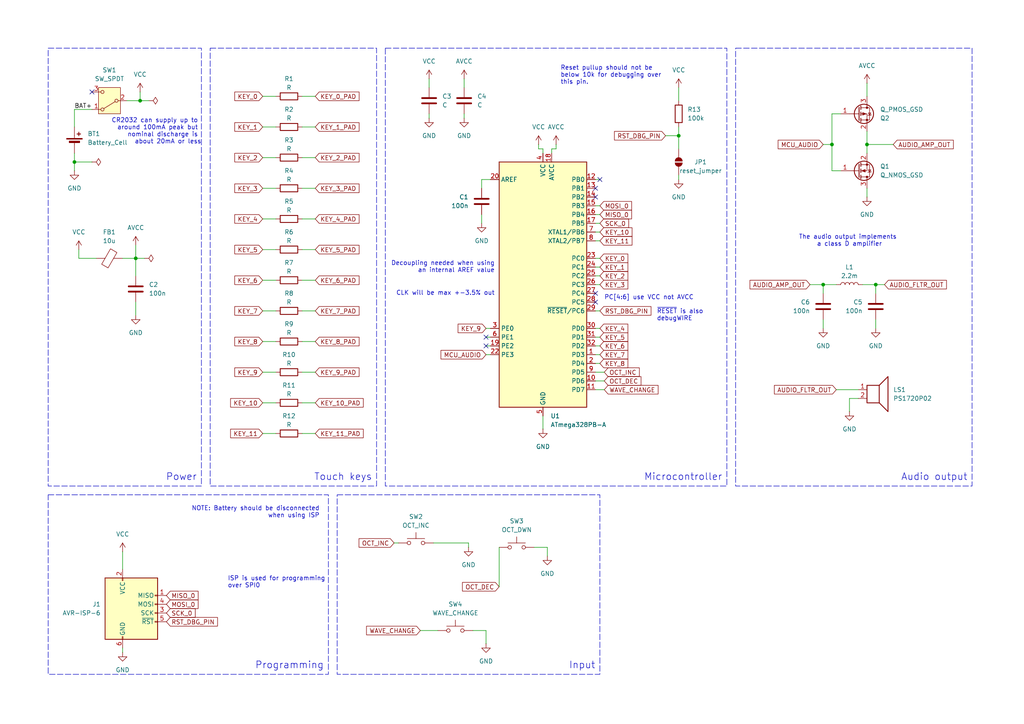
<source format=kicad_sch>
(kicad_sch (version 20231120) (generator "eeschema") (generator_version "8.0")
  (paper "A4")
  (title_block (title "PCB touch piano"))
  (lib_symbols
    (symbol "Connector:AVR-ISP-6" (pin_names (offset 1.016))
      (property "Reference" "J" (at -6.35 11.43 0))
      (property "Value" "AVR-ISP-6" (at 0 11.43 0))
      (symbol "AVR-ISP-6_0_1"
        (rectangle (start -2.667 -6.858) (end -2.413 -7.62))
        (rectangle (start -2.667 10.16) (end -2.413 9.398))
        (rectangle (start 7.62 -2.413) (end 6.858 -2.667))
        (rectangle (start 7.62 0.127) (end 6.858 -0.127))
        (rectangle (start 7.62 2.667) (end 6.858 2.413))
        (rectangle (start 7.62 5.207) (end 6.858 4.953))
        (rectangle (start 7.62 10.16) (end -7.62 -7.62) (stroke (width 0.254)) (fill (type background)))
      )
      (symbol "AVR-ISP-6_1_1"
        (pin passive line (at 10.16 5.08 180) (length 2.54) (name "MISO") (number "1"))
        (pin passive line (at -2.54 12.7 270) (length 2.54) (name "VCC") (number "2"))
        (pin passive line (at 10.16 0 180) (length 2.54) (name "SCK") (number "3"))
        (pin passive line (at 10.16 2.54 180) (length 2.54) (name "MOSI") (number "4"))
        (pin passive line (at 10.16 -2.54 180) (length 2.54) (name "~{RST}") (number "5"))
        (pin passive line (at -2.54 -10.16 90) (length 2.54) (name "GND") (number "6"))
      )
    )
    (symbol "Device:Battery_Cell" (pin_numbers hide) (pin_names (offset 0) hide)
      (property "Reference" "BT" (at 2.54 2.54 0))
      (property "Value" "Battery_Cell" (at 2.54 0 0))
      (symbol "Battery_Cell_0_1"
        (rectangle (start -2.286 1.778) (end 2.286 1.524) (fill (type outline)))
        (rectangle (start -1.524 1.016) (end 1.524 0.508) (fill (type outline)))
        (polyline (pts (xy 0 0.762) (xy 0 0)))
        (polyline (pts (xy 0 1.778) (xy 0 2.54)))
        (polyline (pts (xy 0.762 3.048) (xy 1.778 3.048)) (stroke (width 0.254)))
        (polyline (pts (xy 1.27 3.556) (xy 1.27 2.54)) (stroke (width 0.254)))
      )
      (symbol "Battery_Cell_1_1"
        (pin passive line (at 0 5.08 270) (length 2.54) (name "+") (number "1"))
        (pin passive line (at 0 -2.54 90) (length 2.54) (name "-") (number "2"))
      )
    )
    (symbol "Device:C" (pin_numbers hide) (pin_names (offset 0.254))
      (property "Reference" "C" (at 0.635 2.54 0))
      (property "Value" "C" (at 0.635 -2.54 0))
      (symbol "C_0_1"
        (polyline (pts (xy -2.032 -0.762) (xy 2.032 -0.762)) (stroke (width 0.508)))
        (polyline (pts (xy -2.032 0.762) (xy 2.032 0.762)) (stroke (width 0.508)))
      )
      (symbol "C_1_1"
        (pin passive line (at 0 3.81 270) (length 2.794) (name "~") (number "1"))
        (pin passive line (at 0 -3.81 90) (length 2.794) (name "~") (number "2"))
      )
    )
    (symbol "Device:FerriteBead" (pin_numbers hide) (pin_names (offset 0))
      (property "Reference" "FB" (at -3.81 0.635 90))
      (property "Value" "FerriteBead" (at 3.81 0 90))
      (symbol "FerriteBead_0_1"
        (polyline (pts (xy 0 -1.27) (xy 0 -1.2192)))
        (polyline (pts (xy 0 1.27) (xy 0 1.2954)))
        (polyline (pts (xy -2.7686 0.4064) (xy -1.7018 2.2606) (xy 2.7686 -0.3048) (xy 1.6764 -2.159) (xy -2.7686 0.4064)))
      )
      (symbol "FerriteBead_1_1"
        (pin passive line (at 0 3.81 270) (length 2.54) (name "~") (number "1"))
        (pin passive line (at 0 -3.81 90) (length 2.54) (name "~") (number "2"))
      )
    )
    (symbol "Device:L" (pin_numbers hide) (pin_names (offset 1.016) hide)
      (property "Reference" "L" (at -1.27 0 90))
      (property "Value" "L" (at 1.905 0 90))
      (symbol "L_0_1"
        (arc (start 0 -2.54) (mid 0.6323 -1.905) (end 0 -1.27))
        (arc (start 0 -1.27) (mid 0.6323 -0.635) (end 0 0))
        (arc (start 0 0) (mid 0.6323 0.635) (end 0 1.27))
        (arc (start 0 1.27) (mid 0.6323 1.905) (end 0 2.54))
      )
      (symbol "L_1_1"
        (pin passive line (at 0 3.81 270) (length 1.27) (name "1") (number "1"))
        (pin passive line (at 0 -3.81 90) (length 1.27) (name "2") (number "2"))
      )
    )
    (symbol "Device:Q_NMOS_GSD" (pin_names (offset 0) hide)
      (property "Reference" "Q" (at 5.08 1.27 0))
      (property "Value" "Q_NMOS_GSD" (at 5.08 -1.27 0))
      (symbol "Q_NMOS_GSD_0_1"
        (polyline (pts (xy 0.254 0) (xy -2.54 0)))
        (polyline (pts (xy 0.254 1.905) (xy 0.254 -1.905)) (stroke (width 0.254)))
        (polyline (pts (xy 0.762 -1.27) (xy 0.762 -2.286)) (stroke (width 0.254)))
        (polyline (pts (xy 0.762 0.508) (xy 0.762 -0.508)) (stroke (width 0.254)))
        (polyline (pts (xy 0.762 2.286) (xy 0.762 1.27)) (stroke (width 0.254)))
        (polyline (pts (xy 2.54 2.54) (xy 2.54 1.778)))
        (polyline (pts (xy 2.54 -2.54) (xy 2.54 0) (xy 0.762 0)))
        (polyline (pts (xy 0.762 -1.778) (xy 3.302 -1.778) (xy 3.302 1.778) (xy 0.762 1.778)))
        (polyline (pts (xy 1.016 0) (xy 2.032 0.381) (xy 2.032 -0.381) (xy 1.016 0)) (fill (type outline)))
        (polyline (pts (xy 2.794 0.508) (xy 2.921 0.381) (xy 3.683 0.381) (xy 3.81 0.254)))
        (polyline (pts (xy 3.302 0.381) (xy 2.921 -0.254) (xy 3.683 -0.254) (xy 3.302 0.381)))
        (circle (center 1.651 0) (radius 2.794) (stroke (width 0.254)))
        (circle (center 2.54 -1.778) (radius 0.254) (fill (type outline)))
        (circle (center 2.54 1.778) (radius 0.254) (fill (type outline)))
      )
      (symbol "Q_NMOS_GSD_1_1"
        (pin input line (at -5.08 0 0) (length 2.54) (name "G") (number "1"))
        (pin passive line (at 2.54 -5.08 90) (length 2.54) (name "S") (number "2"))
        (pin passive line (at 2.54 5.08 270) (length 2.54) (name "D") (number "3"))
      )
    )
    (symbol "Device:Q_PMOS_GSD" (pin_names (offset 0) hide)
      (property "Reference" "Q" (at 5.08 1.27 0))
      (property "Value" "Q_PMOS_GSD" (at 5.08 -1.27 0))
      (symbol "Q_PMOS_GSD_0_1"
        (polyline (pts (xy 0.254 0) (xy -2.54 0)))
        (polyline (pts (xy 0.254 1.905) (xy 0.254 -1.905)) (stroke (width 0.254)))
        (polyline (pts (xy 0.762 -1.27) (xy 0.762 -2.286)) (stroke (width 0.254)))
        (polyline (pts (xy 0.762 0.508) (xy 0.762 -0.508)) (stroke (width 0.254)))
        (polyline (pts (xy 0.762 2.286) (xy 0.762 1.27)) (stroke (width 0.254)))
        (polyline (pts (xy 2.54 2.54) (xy 2.54 1.778)))
        (polyline (pts (xy 2.54 -2.54) (xy 2.54 0) (xy 0.762 0)))
        (polyline (pts (xy 0.762 1.778) (xy 3.302 1.778) (xy 3.302 -1.778) (xy 0.762 -1.778)))
        (polyline (pts (xy 2.286 0) (xy 1.27 0.381) (xy 1.27 -0.381) (xy 2.286 0)) (fill (type outline)))
        (polyline (pts (xy 2.794 -0.508) (xy 2.921 -0.381) (xy 3.683 -0.381) (xy 3.81 -0.254)))
        (polyline (pts (xy 3.302 -0.381) (xy 2.921 0.254) (xy 3.683 0.254) (xy 3.302 -0.381)))
        (circle (center 1.651 0) (radius 2.794) (stroke (width 0.254)))
        (circle (center 2.54 -1.778) (radius 0.254) (fill (type outline)))
        (circle (center 2.54 1.778) (radius 0.254) (fill (type outline)))
      )
      (symbol "Q_PMOS_GSD_1_1"
        (pin input line (at -5.08 0 0) (length 2.54) (name "G") (number "1"))
        (pin passive line (at 2.54 -5.08 90) (length 2.54) (name "S") (number "2"))
        (pin passive line (at 2.54 5.08 270) (length 2.54) (name "D") (number "3"))
      )
    )
    (symbol "Device:R" (pin_numbers hide) (pin_names (offset 0))
      (property "Reference" "R" (at 2.032 0 90))
      (property "Value" "R" (at 0 0 90))
      (symbol "R_0_1"
        (rectangle (start -1.016 -2.54) (end 1.016 2.54) (stroke (width 0.254)))
      )
      (symbol "R_1_1"
        (pin passive line (at 0 3.81 270) (length 1.27) (name "~") (number "1"))
        (pin passive line (at 0 -3.81 90) (length 1.27) (name "~") (number "2"))
      )
    )
    (symbol "Device:Speaker" (pin_names (offset 0) hide)
      (property "Reference" "LS" (at 1.27 5.715 0))
      (property "Value" "Speaker" (at 1.27 3.81 0))
      (symbol "Speaker_0_0"
        (rectangle (start -2.54 1.27) (end 1.016 -3.81) (stroke (width 0.254)))
        (polyline (pts (xy 1.016 1.27) (xy 3.556 3.81) (xy 3.556 -6.35) (xy 1.016 -3.81)) (stroke (width 0.254)))
      )
      (symbol "Speaker_1_1"
        (pin input line (at -5.08 0 0) (length 2.54) (name "1") (number "1"))
        (pin input line (at -5.08 -2.54 0) (length 2.54) (name "2") (number "2"))
      )
    )
    (symbol "Jumper:SolderJumper_2_Open" (pin_numbers hide) (pin_names (offset 0) hide) (exclude_from_sim yes) (in_bom no)
      (property "Reference" "JP" (at 0 2.032 0))
      (property "Value" "SolderJumper_2_Open" (at 0 -2.54 0))
      (symbol "SolderJumper_2_Open_0_1"
        (arc (start -0.254 1.016) (mid -1.2656 0) (end -0.254 -1.016))
        (arc (start -0.254 1.016) (mid -1.2656 0) (end -0.254 -1.016) (fill (type outline)))
        (polyline (pts (xy -0.254 1.016) (xy -0.254 -1.016)))
        (polyline (pts (xy 0.254 1.016) (xy 0.254 -1.016)))
        (arc (start 0.254 -1.016) (mid 1.2656 0) (end 0.254 1.016))
        (arc (start 0.254 -1.016) (mid 1.2656 0) (end 0.254 1.016) (fill (type outline)))
      )
      (symbol "SolderJumper_2_Open_1_1"
        (pin passive line (at -3.81 0 0) (length 2.54) (name "A") (number "1"))
        (pin passive line (at 3.81 0 180) (length 2.54) (name "B") (number "2"))
      )
    )
    (symbol "MCU_Microchip_ATmega:ATmega328PB-A"
      (property "Reference" "U" (at -12.7 36.83 0))
      (property "Value" "ATmega328PB-A" (at 2.54 -36.83 0))
      (symbol "ATmega328PB-A_0_1"
        (rectangle (start -12.7 -35.56) (end 12.7 35.56) (stroke (width 0.254)) (fill (type background)))
      )
      (symbol "ATmega328PB-A_1_1"
        (pin bidirectional line (at 15.24 -20.32 180) (length 2.54) (name "PD3") (number "1"))
        (pin bidirectional line (at 15.24 -27.94 180) (length 2.54) (name "PD6") (number "10"))
        (pin bidirectional line (at 15.24 -30.48 180) (length 2.54) (name "PD7") (number "11"))
        (pin bidirectional line (at 15.24 30.48 180) (length 2.54) (name "PB0") (number "12"))
        (pin bidirectional line (at 15.24 27.94 180) (length 2.54) (name "PB1") (number "13"))
        (pin bidirectional line (at 15.24 25.4 180) (length 2.54) (name "PB2") (number "14"))
        (pin bidirectional line (at 15.24 22.86 180) (length 2.54) (name "PB3") (number "15"))
        (pin bidirectional line (at 15.24 20.32 180) (length 2.54) (name "PB4") (number "16"))
        (pin bidirectional line (at 15.24 17.78 180) (length 2.54) (name "PB5") (number "17"))
        (pin power_in line (at 2.54 38.1 270) (length 2.54) (name "AVCC") (number "18"))
        (pin bidirectional line (at -15.24 -17.78 0) (length 2.54) (name "PE2") (number "19"))
        (pin bidirectional line (at 15.24 -22.86 180) (length 2.54) (name "PD4") (number "2"))
        (pin passive line (at -15.24 30.48 0) (length 2.54) (name "AREF") (number "20"))
        (pin passive line (at 0 -38.1 90) (length 2.54) hide (name "GND") (number "21"))
        (pin bidirectional line (at -15.24 -20.32 0) (length 2.54) (name "PE3") (number "22"))
        (pin bidirectional line (at 15.24 7.62 180) (length 2.54) (name "PC0") (number "23"))
        (pin bidirectional line (at 15.24 5.08 180) (length 2.54) (name "PC1") (number "24"))
        (pin bidirectional line (at 15.24 2.54 180) (length 2.54) (name "PC2") (number "25"))
        (pin bidirectional line (at 15.24 0 180) (length 2.54) (name "PC3") (number "26"))
        (pin bidirectional line (at 15.24 -2.54 180) (length 2.54) (name "PC4") (number "27"))
        (pin bidirectional line (at 15.24 -5.08 180) (length 2.54) (name "PC5") (number "28"))
        (pin bidirectional line (at 15.24 -7.62 180) (length 2.54) (name "~{RESET}/PC6") (number "29"))
        (pin bidirectional line (at -15.24 -12.7 0) (length 2.54) (name "PE0") (number "3"))
        (pin bidirectional line (at 15.24 -12.7 180) (length 2.54) (name "PD0") (number "30"))
        (pin bidirectional line (at 15.24 -15.24 180) (length 2.54) (name "PD1") (number "31"))
        (pin bidirectional line (at 15.24 -17.78 180) (length 2.54) (name "PD2") (number "32"))
        (pin power_in line (at 0 38.1 270) (length 2.54) (name "VCC") (number "4"))
        (pin power_in line (at 0 -38.1 90) (length 2.54) (name "GND") (number "5"))
        (pin bidirectional line (at -15.24 -15.24 0) (length 2.54) (name "PE1") (number "6"))
        (pin bidirectional line (at 15.24 15.24 180) (length 2.54) (name "XTAL1/PB6") (number "7"))
        (pin bidirectional line (at 15.24 12.7 180) (length 2.54) (name "XTAL2/PB7") (number "8"))
        (pin bidirectional line (at 15.24 -25.4 180) (length 2.54) (name "PD5") (number "9"))
      )
    )
    (symbol "Switch:SW_Push" (pin_numbers hide) (pin_names (offset 1.016) hide)
      (property "Reference" "SW" (at 1.27 2.54 0))
      (property "Value" "SW_Push" (at 0 -1.524 0))
      (symbol "SW_Push_0_1"
        (circle (center -2.032 0) (radius 0.508))
        (polyline (pts (xy 0 1.27) (xy 0 3.048)))
        (polyline (pts (xy 2.54 1.27) (xy -2.54 1.27)))
        (circle (center 2.032 0) (radius 0.508))
        (pin passive line (at -5.08 0 0) (length 2.54) (name "1") (number "1"))
        (pin passive line (at 5.08 0 180) (length 2.54) (name "2") (number "2"))
      )
    )
    (symbol "Switch:SW_SPDT" (pin_names (offset 0) hide)
      (property "Reference" "SW" (at 0 5.08 0))
      (property "Value" "SW_SPDT" (at 0 -5.08 0))
      (symbol "SW_SPDT_0_1"
        (circle (center -2.032 0) (radius 0.4572))
        (polyline (pts (xy -1.651 0.254) (xy 1.651 2.286)))
        (circle (center 2.032 -2.54) (radius 0.4572))
        (circle (center 2.032 2.54) (radius 0.4572))
      )
      (symbol "SW_SPDT_1_1"
        (rectangle (start -3.175 3.81) (end 3.175 -3.81) (fill (type background)))
        (pin passive line (at 5.08 2.54 180) (length 2.54) (name "A") (number "1"))
        (pin passive line (at -5.08 0 0) (length 2.54) (name "B") (number "2"))
        (pin passive line (at 5.08 -2.54 180) (length 2.54) (name "C") (number "3"))
      )
    )
    (symbol "power:GND" (power) (pin_numbers hide) (pin_names (offset 0) hide)
      (property "Value" "GND" (at 0 -3.81 0))
      (symbol "GND_0_1"
        (polyline (pts (xy 0 0) (xy 0 -1.27) (xy 1.27 -1.27) (xy 0 -2.54) (xy -1.27 -1.27) (xy 0 -1.27)))
      )
      (symbol "GND_1_1"
        (pin power_in line (at 0 0 270) (length 0) (name "~") (number "1"))
      )
    )
    (symbol "power:PWR_FLAG" (power) (pin_numbers hide) (pin_names (offset 0) hide)
      (property "Value" "PWR_FLAG" (at 0 3.81 0))
      (symbol "PWR_FLAG_0_0"
        (pin power_out line (at 0 0 90) (length 0) (name "~") (number "1"))
      )
      (symbol "PWR_FLAG_0_1"
        (polyline (pts (xy 0 0) (xy 0 1.27) (xy -1.016 1.905) (xy 0 2.54) (xy 1.016 1.905) (xy 0 1.27)))
      )
    )
    (symbol "power:VCC" (power) (pin_numbers hide) (pin_names (offset 0) hide)
      (property "Value" "VCC" (at 0 3.556 0))
      (symbol "VCC_0_1"
        (polyline (pts (xy -0.762 1.27) (xy 0 2.54)))
        (polyline (pts (xy 0 0) (xy 0 2.54)))
        (polyline (pts (xy 0 2.54) (xy 0.762 1.27)))
      )
      (symbol "VCC_1_1"
        (pin power_in line (at 0 0 90) (length 0) (name "~") (number "1"))
      )
    )
    (symbol "thanassis_sym:AVCC" (power) (pin_numbers hide) (pin_names (offset 0) hide)
      (property "Value" "AVCC" (at 0 3.556 0))
      (symbol "AVCC_0_1"
        (polyline (pts (xy -0.762 1.27) (xy 0 2.54)))
        (polyline (pts (xy 0 0) (xy 0 2.54)))
        (polyline (pts (xy 0 2.54) (xy 0.762 1.27)))
      )
      (symbol "AVCC_1_1"
        (pin power_in line (at 0 0 90) (length 0) (name "~") (number "1"))
      )
    )
  )
  (junction (at 39.37 74.93))
  (junction (at 238.76 82.55))
  (junction (at 241.3 41.91))
  (junction (at 196.85 39.37))
  (junction (at 251.46 41.91))
  (junction (at 21.59 46.99))
  (junction (at 40.64 29.21))
  (junction (at 254 82.55))
  (no_connect (at 140.97 100.33))
  (no_connect (at 173.99 52.07))
  (no_connect (at 140.97 97.79))
  (no_connect (at 26.67 26.67))
  (no_connect (at 172.72 85.09))
  (no_connect (at 172.72 87.63))
  (no_connect (at 172.72 54.61))
  (no_connect (at 172.72 57.15))
  (wire (pts (xy 172.72 110.49) (xy 175.26 110.49)))
  (wire (pts (xy 173.99 90.17) (xy 172.72 90.17)))
  (wire (pts (xy 22.86 72.39) (xy 22.86 74.93)))
  (wire (pts (xy 196.85 39.37) (xy 196.85 43.18)))
  (wire (pts (xy 124.46 33.02) (xy 124.46 34.29)))
  (wire (pts (xy 87.63 90.17) (xy 91.44 90.17)))
  (wire (pts (xy 251.46 24.13) (xy 251.46 27.94)))
  (wire (pts (xy 173.99 95.25) (xy 172.72 95.25)))
  (wire (pts (xy 134.62 25.4) (xy 134.62 22.86)))
  (wire (pts (xy 173.99 82.55) (xy 172.72 82.55)))
  (wire (pts (xy 40.64 29.21) (xy 43.18 29.21)))
  (wire (pts (xy 139.7 52.07) (xy 142.24 52.07)))
  (wire (pts (xy 144.78 158.75) (xy 144.78 170.18)))
  (wire (pts (xy 35.56 187.96) (xy 35.56 189.23)))
  (wire (pts (xy 173.99 64.77) (xy 172.72 64.77)))
  (wire (pts (xy 238.76 41.91) (xy 241.3 41.91)))
  (wire (pts (xy 173.99 100.33) (xy 172.72 100.33)))
  (wire (pts (xy 172.72 67.31) (xy 173.99 67.31)))
  (wire (pts (xy 241.3 41.91) (xy 241.3 49.53)))
  (wire (pts (xy 87.63 116.84) (xy 91.44 116.84)))
  (wire (pts (xy 124.46 22.86) (xy 124.46 25.4)))
  (wire (pts (xy 114.3 157.48) (xy 115.57 157.48)))
  (wire (pts (xy 76.2 90.17) (xy 80.01 90.17)))
  (wire (pts (xy 196.85 25.4) (xy 196.85 29.21)))
  (wire (pts (xy 242.57 82.55) (xy 238.76 82.55)))
  (wire (pts (xy 137.16 182.88) (xy 140.97 182.88)))
  (wire (pts (xy 156.21 41.91) (xy 156.21 43.18)))
  (wire (pts (xy 21.59 46.99) (xy 21.59 49.53)))
  (wire (pts (xy 87.63 81.28) (xy 91.44 81.28)))
  (wire (pts (xy 234.95 82.55) (xy 238.76 82.55)))
  (wire (pts (xy 140.97 102.87) (xy 142.24 102.87)))
  (wire (pts (xy 173.99 59.69) (xy 172.72 59.69)))
  (wire (pts (xy 254 82.55) (xy 256.54 82.55)))
  (wire (pts (xy 173.99 74.93) (xy 172.72 74.93)))
  (wire (pts (xy 173.99 80.01) (xy 172.72 80.01)))
  (wire (pts (xy 241.3 49.53) (xy 243.84 49.53)))
  (wire (pts (xy 87.63 107.95) (xy 91.44 107.95)))
  (wire (pts (xy 158.75 158.75) (xy 158.75 161.29)))
  (wire (pts (xy 172.72 113.03) (xy 175.26 113.03)))
  (wire (pts (xy 172.72 102.87) (xy 173.99 102.87)))
  (wire (pts (xy 139.7 52.07) (xy 139.7 54.61)))
  (wire (pts (xy 172.72 69.85) (xy 173.99 69.85)))
  (wire (pts (xy 35.56 160.02) (xy 35.56 165.1)))
  (wire (pts (xy 254 95.25) (xy 254 92.71)))
  (wire (pts (xy 172.72 105.41) (xy 173.99 105.41)))
  (wire (pts (xy 76.2 116.84) (xy 80.01 116.84)))
  (wire (pts (xy 193.04 39.37) (xy 196.85 39.37)))
  (wire (pts (xy 76.2 72.39) (xy 80.01 72.39)))
  (wire (pts (xy 76.2 36.83) (xy 80.01 36.83)))
  (wire (pts (xy 76.2 107.95) (xy 80.01 107.95)))
  (wire (pts (xy 87.63 27.94) (xy 91.44 27.94)))
  (wire (pts (xy 172.72 52.07) (xy 173.99 52.07)))
  (wire (pts (xy 21.59 46.99) (xy 26.67 46.99)))
  (wire (pts (xy 251.46 41.91) (xy 251.46 44.45)))
  (wire (pts (xy 35.56 74.93) (xy 39.37 74.93)))
  (wire (pts (xy 161.29 41.91) (xy 161.29 43.18)))
  (wire (pts (xy 76.2 54.61) (xy 80.01 54.61)))
  (wire (pts (xy 140.97 182.88) (xy 140.97 186.69)))
  (wire (pts (xy 161.29 43.18) (xy 160.02 43.18)))
  (wire (pts (xy 87.63 63.5) (xy 91.44 63.5)))
  (wire (pts (xy 27.94 74.93) (xy 22.86 74.93)))
  (wire (pts (xy 140.97 97.79) (xy 142.24 97.79)))
  (wire (pts (xy 39.37 74.93) (xy 41.91 74.93)))
  (wire (pts (xy 40.64 29.21) (xy 40.64 26.67)))
  (wire (pts (xy 87.63 36.83) (xy 91.44 36.83)))
  (wire (pts (xy 172.72 107.95) (xy 175.26 107.95)))
  (wire (pts (xy 238.76 82.55) (xy 238.76 85.09)))
  (wire (pts (xy 76.2 81.28) (xy 80.01 81.28)))
  (wire (pts (xy 173.99 97.79) (xy 172.72 97.79)))
  (wire (pts (xy 87.63 45.72) (xy 91.44 45.72)))
  (wire (pts (xy 157.48 43.18) (xy 157.48 44.45)))
  (wire (pts (xy 238.76 92.71) (xy 238.76 95.25)))
  (wire (pts (xy 87.63 99.06) (xy 91.44 99.06)))
  (wire (pts (xy 154.94 158.75) (xy 158.75 158.75)))
  (wire (pts (xy 76.2 125.73) (xy 80.01 125.73)))
  (wire (pts (xy 87.63 72.39) (xy 91.44 72.39)))
  (wire (pts (xy 87.63 125.73) (xy 91.44 125.73)))
  (wire (pts (xy 139.7 62.23) (xy 139.7 64.77)))
  (wire (pts (xy 134.62 33.02) (xy 134.62 34.29)))
  (wire (pts (xy 76.2 63.5) (xy 80.01 63.5)))
  (wire (pts (xy 135.89 158.75) (xy 135.89 157.48)))
  (wire (pts (xy 36.83 29.21) (xy 40.64 29.21)))
  (wire (pts (xy 76.2 45.72) (xy 80.01 45.72)))
  (wire (pts (xy 39.37 87.63) (xy 39.37 91.44)))
  (wire (pts (xy 140.97 95.25) (xy 142.24 95.25)))
  (wire (pts (xy 39.37 71.12) (xy 39.37 74.93)))
  (wire (pts (xy 242.57 113.03) (xy 248.92 113.03)))
  (wire (pts (xy 173.99 62.23) (xy 172.72 62.23)))
  (wire (pts (xy 21.59 31.75) (xy 21.59 36.83)))
  (wire (pts (xy 39.37 74.93) (xy 39.37 80.01)))
  (wire (pts (xy 196.85 52.07) (xy 196.85 50.8)))
  (wire (pts (xy 121.92 182.88) (xy 127 182.88)))
  (wire (pts (xy 140.97 100.33) (xy 142.24 100.33)))
  (wire (pts (xy 196.85 36.83) (xy 196.85 39.37)))
  (wire (pts (xy 248.92 115.57) (xy 246.38 115.57)))
  (wire (pts (xy 251.46 54.61) (xy 251.46 57.15)))
  (wire (pts (xy 246.38 115.57) (xy 246.38 119.38)))
  (wire (pts (xy 254 82.55) (xy 254 85.09)))
  (wire (pts (xy 76.2 99.06) (xy 80.01 99.06)))
  (wire (pts (xy 241.3 33.02) (xy 241.3 41.91)))
  (wire (pts (xy 21.59 44.45) (xy 21.59 46.99)))
  (wire (pts (xy 87.63 54.61) (xy 91.44 54.61)))
  (wire (pts (xy 160.02 43.18) (xy 160.02 44.45)))
  (wire (pts (xy 156.21 43.18) (xy 157.48 43.18)))
  (wire (pts (xy 21.59 31.75) (xy 26.67 31.75)))
  (wire (pts (xy 76.2 27.94) (xy 80.01 27.94)))
  (wire (pts (xy 173.99 77.47) (xy 172.72 77.47)))
  (wire (pts (xy 250.19 82.55) (xy 254 82.55)))
  (wire (pts (xy 251.46 38.1) (xy 251.46 41.91)))
  (wire (pts (xy 243.84 33.02) (xy 241.3 33.02)))
  (wire (pts (xy 157.48 120.65) (xy 157.48 124.46)))
  (wire (pts (xy 135.89 157.48) (xy 125.73 157.48)))
  (wire (pts (xy 251.46 41.91) (xy 259.08 41.91)))
  (rectangle (start 111.76 13.97) (end 210.82 140.97) (stroke (width 0) (type dash)))
  (rectangle (start 13.97 13.97) (end 58.42 140.97) (stroke (width 0) (type dash)))
  (rectangle (start 97.79 143.51) (end 173.99 195.58) (stroke (width 0) (type dash)))
  (rectangle (start 60.96 13.97) (end 109.22 140.97) (stroke (width 0) (type dash)))
  (rectangle (start 213.36 13.97) (end 281.94 140.97) (stroke (width 0) (type dash)))
  (rectangle (start 13.97 143.51) (end 95.25 195.58) (stroke (width 0) (type dash)))
  (text "CR2032 can supply up to \naround 100mA peak but \nnominal discharge is \nabout 20mA or less" (at 58.42 38.1 0) (effects (font (size 1.27 1.27)) (justify right)))
  (text "Input" (at 172.72 193.04 0) (effects (font (size 2 2)) (justify right)))
  (text "Audio output" (at 280.67 138.43 0) (effects (font (size 2 2)) (justify right)))
  (text "NOTE: Battery should be disconnected\nwhen using ISP" (at 92.71 148.59 0) (effects (font (size 1.27 1.27)) (justify right)))
  (text "Programming" (at 93.98 193.04 0) (effects (font (size 2 2)) (justify right)))
  (text "~{RESET} is also \ndebugWIRE" (at 190.5 91.44 0) (effects (font (size 1.27 1.27)) (justify left)))
  (text "The audio output implements \na class D amplifier" (at 246.38 69.85 0) (effects (font (size 1.27 1.27))))
  (text "Power" (at 57.15 138.43 0) (effects (font (size 2 2)) (justify right)))
  (text "Touch keys" (at 107.95 138.43 0) (effects (font (size 2 2)) (justify right)))
  (text "Microcontroller" (at 209.55 138.43 0) (effects (font (size 2 2)) (justify right)))
  (text "Reset pullup should not be \nbelow 10k for debugging over \nthis pin." (at 162.56 19.05 0) (effects (font (size 1.27 1.27)) (justify left top)))
  (text "CLK will be max +-3.5% out" (at 143.51 85.09 0) (effects (font (size 1.27 1.27)) (justify right)))
  (text "Decoupling needed when using\nan internal AREF value" (at 143.51 77.47 0) (effects (font (size 1.27 1.27)) (justify right)))
  (text "ISP is used for programming\nover SPI0" (at 66.04 168.91 0) (effects (font (size 1.27 1.27)) (justify left)))
  (text "PC[4:6] use VCC not AVCC" (at 175.26 86.36 0) (effects (font (size 1.27 1.27)) (justify left)))
  (label "BAT+" (at 21.59 31.75 0))
  (global_label "KEY_3" (shape input) (at 76.2 54.61 180) (property "Intersheetrefs" "${INTERSHEET_REFS}" (effects (hide yes))))
  (global_label "KEY_4_PAD" (shape input) (at 91.44 63.5 0) (property "Intersheetrefs" "${INTERSHEET_REFS}" (effects (hide yes))))
  (global_label "KEY_10_PAD" (shape input) (at 91.44 116.84 0) (property "Intersheetrefs" "${INTERSHEET_REFS}" (effects (hide yes))))
  (global_label "KEY_3" (shape input) (at 173.99 82.55 0) (property "Intersheetrefs" "${INTERSHEET_REFS}" (effects (hide yes))))
  (global_label "KEY_0" (shape input) (at 173.99 74.93 0) (property "Intersheetrefs" "${INTERSHEET_REFS}" (effects (hide yes))))
  (global_label "AUDIO_FLTR_OUT" (shape input) (at 256.54 82.55 0) (property "Intersheetrefs" "${INTERSHEET_REFS}" (effects (hide yes))))
  (global_label "KEY_0_PAD" (shape input) (at 91.44 27.94 0) (property "Intersheetrefs" "${INTERSHEET_REFS}" (effects (hide yes))))
  (global_label "KEY_10" (shape input) (at 76.2 116.84 180) (property "Intersheetrefs" "${INTERSHEET_REFS}" (effects (hide yes))))
  (global_label "WAVE_CHANGE" (shape input) (at 121.92 182.88 180) (property "Intersheetrefs" "${INTERSHEET_REFS}" (effects (hide yes))))
  (global_label "RST_DBG_PIN" (shape input) (at 193.04 39.37 180) (property "Intersheetrefs" "${INTERSHEET_REFS}" (effects (hide yes))))
  (global_label "AUDIO_AMP_OUT" (shape input) (at 259.08 41.91 0) (property "Intersheetrefs" "${INTERSHEET_REFS}" (effects (hide yes))))
  (global_label "RST_DBG_PIN" (shape input) (at 173.99 90.17 0) (property "Intersheetrefs" "${INTERSHEET_REFS}" (effects (hide yes))))
  (global_label "KEY_1_PAD" (shape input) (at 91.44 36.83 0) (property "Intersheetrefs" "${INTERSHEET_REFS}" (effects (hide yes))))
  (global_label "KEY_7_PAD" (shape input) (at 91.44 90.17 0) (property "Intersheetrefs" "${INTERSHEET_REFS}" (effects (hide yes))))
  (global_label "KEY_6" (shape input) (at 76.2 81.28 180) (property "Intersheetrefs" "${INTERSHEET_REFS}" (effects (hide yes))))
  (global_label "KEY_2" (shape input) (at 76.2 45.72 180) (property "Intersheetrefs" "${INTERSHEET_REFS}" (effects (hide yes))))
  (global_label "KEY_0" (shape input) (at 76.2 27.94 180) (property "Intersheetrefs" "${INTERSHEET_REFS}" (effects (hide yes))))
  (global_label "MCU_AUDIO" (shape input) (at 140.97 102.87 180) (property "Intersheetrefs" "${INTERSHEET_REFS}" (effects (hide yes))))
  (global_label "KEY_6" (shape input) (at 173.99 100.33 0) (property "Intersheetrefs" "${INTERSHEET_REFS}" (effects (hide yes))))
  (global_label "WAVE_CHANGE" (shape input) (at 175.26 113.03 0) (property "Intersheetrefs" "${INTERSHEET_REFS}" (effects (hide yes))))
  (global_label "KEY_10" (shape input) (at 173.99 67.31 0) (property "Intersheetrefs" "${INTERSHEET_REFS}" (effects (hide yes))))
  (global_label "OCT_INC" (shape input) (at 114.3 157.48 180) (property "Intersheetrefs" "${INTERSHEET_REFS}" (effects (hide yes))))
  (global_label "KEY_1" (shape input) (at 76.2 36.83 180) (property "Intersheetrefs" "${INTERSHEET_REFS}" (effects (hide yes))))
  (global_label "KEY_11" (shape input) (at 173.99 69.85 0) (property "Intersheetrefs" "${INTERSHEET_REFS}" (effects (hide yes))))
  (global_label "KEY_5_PAD" (shape input) (at 91.44 72.39 0) (property "Intersheetrefs" "${INTERSHEET_REFS}" (effects (hide yes))))
  (global_label "MISO_0" (shape input) (at 48.26 172.72 0) (property "Intersheetrefs" "${INTERSHEET_REFS}" (effects (hide yes))))
  (global_label "MOSI_0" (shape input) (at 48.26 175.26 0) (property "Intersheetrefs" "${INTERSHEET_REFS}" (effects (hide yes))))
  (global_label "KEY_2" (shape input) (at 173.99 80.01 0) (property "Intersheetrefs" "${INTERSHEET_REFS}" (effects (hide yes))))
  (global_label "SCK_0" (shape input) (at 173.99 64.77 0) (property "Intersheetrefs" "${INTERSHEET_REFS}" (effects (hide yes))))
  (global_label "OCT_DEC" (shape input) (at 175.26 110.49 0) (property "Intersheetrefs" "${INTERSHEET_REFS}" (effects (hide yes))))
  (global_label "AUDIO_FLTR_OUT" (shape input) (at 242.57 113.03 180) (property "Intersheetrefs" "${INTERSHEET_REFS}" (effects (hide yes))))
  (global_label "KEY_9" (shape input) (at 76.2 107.95 180) (property "Intersheetrefs" "${INTERSHEET_REFS}" (effects (hide yes))))
  (global_label "KEY_6_PAD" (shape input) (at 91.44 81.28 0) (property "Intersheetrefs" "${INTERSHEET_REFS}" (effects (hide yes))))
  (global_label "KEY_7" (shape input) (at 173.99 102.87 0) (property "Intersheetrefs" "${INTERSHEET_REFS}" (effects (hide yes))))
  (global_label "KEY_8" (shape input) (at 173.99 105.41 0) (property "Intersheetrefs" "${INTERSHEET_REFS}" (effects (hide yes))))
  (global_label "KEY_7" (shape input) (at 76.2 90.17 180) (property "Intersheetrefs" "${INTERSHEET_REFS}" (effects (hide yes))))
  (global_label "AUDIO_AMP_OUT" (shape input) (at 234.95 82.55 180) (property "Intersheetrefs" "${INTERSHEET_REFS}" (effects (hide yes))))
  (global_label "RST_DBG_PIN" (shape input) (at 48.26 180.34 0) (property "Intersheetrefs" "${INTERSHEET_REFS}" (effects (hide yes))))
  (global_label "KEY_5" (shape input) (at 173.99 97.79 0) (property "Intersheetrefs" "${INTERSHEET_REFS}" (effects (hide yes))))
  (global_label "OCT_DEC" (shape input) (at 144.78 170.18 180) (property "Intersheetrefs" "${INTERSHEET_REFS}" (effects (hide yes))))
  (global_label "KEY_1" (shape input) (at 173.99 77.47 0) (property "Intersheetrefs" "${INTERSHEET_REFS}" (effects (hide yes))))
  (global_label "KEY_11" (shape input) (at 76.2 125.73 180) (property "Intersheetrefs" "${INTERSHEET_REFS}" (effects (hide yes))))
  (global_label "SCK_0" (shape input) (at 48.26 177.8 0) (property "Intersheetrefs" "${INTERSHEET_REFS}" (effects (hide yes))))
  (global_label "MOSI_0" (shape input) (at 173.99 59.69 0) (property "Intersheetrefs" "${INTERSHEET_REFS}" (effects (hide yes))))
  (global_label "KEY_11_PAD" (shape input) (at 91.44 125.73 0) (property "Intersheetrefs" "${INTERSHEET_REFS}" (effects (hide yes))))
  (global_label "KEY_5" (shape input) (at 76.2 72.39 180) (property "Intersheetrefs" "${INTERSHEET_REFS}" (effects (hide yes))))
  (global_label "KEY_9_PAD" (shape input) (at 91.44 107.95 0) (property "Intersheetrefs" "${INTERSHEET_REFS}" (effects (hide yes))))
  (global_label "MCU_AUDIO" (shape input) (at 238.76 41.91 180) (property "Intersheetrefs" "${INTERSHEET_REFS}" (effects (hide yes))))
  (global_label "KEY_2_PAD" (shape input) (at 91.44 45.72 0) (property "Intersheetrefs" "${INTERSHEET_REFS}" (effects (hide yes))))
  (global_label "MISO_0" (shape input) (at 173.99 62.23 0) (property "Intersheetrefs" "${INTERSHEET_REFS}" (effects (hide yes))))
  (global_label "KEY_3_PAD" (shape input) (at 91.44 54.61 0) (property "Intersheetrefs" "${INTERSHEET_REFS}" (effects (hide yes))))
  (global_label "KEY_4" (shape input) (at 173.99 95.25 0) (property "Intersheetrefs" "${INTERSHEET_REFS}" (effects (hide yes))))
  (global_label "KEY_8_PAD" (shape input) (at 91.44 99.06 0) (property "Intersheetrefs" "${INTERSHEET_REFS}" (effects (hide yes))))
  (global_label "KEY_8" (shape input) (at 76.2 99.06 180) (property "Intersheetrefs" "${INTERSHEET_REFS}" (effects (hide yes))))
  (global_label "KEY_9" (shape input) (at 140.97 95.25 180) (property "Intersheetrefs" "${INTERSHEET_REFS}" (effects (hide yes))))
  (global_label "OCT_INC" (shape input) (at 175.26 107.95 0) (property "Intersheetrefs" "${INTERSHEET_REFS}" (effects (hide yes))))
  (global_label "KEY_4" (shape input) (at 76.2 63.5 180) (property "Intersheetrefs" "${INTERSHEET_REFS}" (effects (hide yes))))
  (symbol (lib_id "power:GND") (at 157.48 124.46 0) (unit 1)
    (property "Reference" "#PWR08" (effects (hide yes)))
    (property "Value" "GND" (at 157.48 129.54 0))
    (property "Description" "Power symbol creates a global label with name \"GND\" , ground" (effects (hide yes)))
  )
  (symbol (lib_id "Device:Q_PMOS_GSD") (at 248.92 33.02 0) (unit 1)
    (property "Reference" "Q2" (at 255.27 34.2901 0) (effects (justify left)))
    (property "Value" "Q_PMOS_GSD" (at 255.27 31.7501 0) (effects (justify left)))
    (property "Footprint" "Package_TO_SOT_SMD:SOT-23" (effects (hide yes)))
    (property "Description" "P-MOSFET transistor, gate/source/drain" (effects (hide yes)))
  )
  (symbol (lib_id "Device:Battery_Cell") (at 21.59 41.91 0) (unit 1)
    (property "Reference" "BT1" (at 25.4 38.7984 0) (effects (justify left)))
    (property "Value" "Battery_Cell" (at 25.4 41.3384 0) (effects (justify left)))
    (property "Footprint" "Thanassis_Foot:MP000360" (effects (hide yes)))
    (property "Description" "Single-cell battery" (effects (hide yes)))
  )
  (symbol (lib_id "Device:Speaker") (at 254 113.03 0) (unit 1)
    (property "Reference" "LS1" (at 259.08 113.0299 0) (effects (justify left)))
    (property "Value" "PS1720P02" (at 259.08 115.5699 0) (effects (justify left)))
    (property "Footprint" "Thanassis_Foot:PS1720P02" (effects (hide yes)))
    (property "Description" "Speaker" (effects (hide yes)))
  )
  (symbol (lib_id "power:GND") (at 134.62 34.29 0) (unit 1)
    (property "Reference" "#PWR012" (effects (hide yes)))
    (property "Value" "GND" (at 134.62 39.37 0))
    (property "Description" "Power symbol creates a global label with name \"GND\" , ground" (effects (hide yes)))
  )
  (symbol (lib_id "Device:C") (at 254 88.9 0) (mirror y) (unit 1)
    (property "Reference" "C5" (at 250.19 87.6299 0) (effects (justify left)))
    (property "Value" "100n" (at 250.19 90.1699 0) (effects (justify left)))
    (property "Footprint" "Capacitor_SMD:C_0603_1608Metric_Pad1.08x0.95mm_HandSolder" (effects (hide yes)))
    (property "Description" "Unpolarized capacitor" (effects (hide yes)))
  )
  (symbol (lib_id "Device:C") (at 134.62 29.21 0) (unit 1)
    (property "Reference" "C4" (at 138.43 27.9399 0) (effects (justify left)))
    (property "Value" "C" (at 138.43 30.4799 0) (effects (justify left)))
    (property "Footprint" "Capacitor_SMD:C_0603_1608Metric_Pad1.08x0.95mm_HandSolder" (effects (hide yes)))
    (property "Description" "Unpolarized capacitor" (effects (hide yes)))
  )
  (symbol (lib_id "power:VCC") (at 124.46 22.86 0) (unit 1)
    (property "Reference" "#PWR07" (effects (hide yes)))
    (property "Value" "VCC" (at 124.46 17.78 0))
    (property "Description" "Power symbol creates a global label with name \"VCC\"" (effects (hide yes)))
  )
  (symbol (lib_id "MCU_Microchip_ATmega:ATmega328PB-A") (at 157.48 82.55 0) (unit 1)
    (property "Reference" "U1" (at 159.6741 120.65 0) (effects (justify left)))
    (property "Value" "ATmega328PB-A" (at 159.6741 123.19 0) (effects (justify left)))
    (property "Footprint" "Package_QFP:TQFP-32_7x7mm_P0.8mm" (effects (hide yes)))
    (property "Datasheet" "http://ww1.microchip.com/downloads/en/DeviceDoc/40001906C.pdf" (effects (hide yes)))
    (property "Description" "20MHz, 32kB Flash, 2kB SRAM, 1kB EEPROM, TQFP-32" (effects (hide yes)))
  )
  (symbol (lib_id "thanassis_sym:AVCC") (at 251.46 24.13 0) (unit 1)
    (property "Reference" "#PWR018" (effects (hide yes)))
    (property "Value" "AVCC" (at 251.46 19.05 0))
    (property "Description" "Power symbol creates a global label with name \"AVCC\"" (effects (hide yes)))
  )
  (symbol (lib_id "Device:R") (at 83.82 63.5 90) (unit 1)
    (property "Reference" "R5" (at 83.82 58.42 90))
    (property "Value" "R" (at 83.82 60.96 90))
    (property "Footprint" "Resistor_SMD:R_0603_1608Metric_Pad0.98x0.95mm_HandSolder" (effects (hide yes)))
    (property "Description" "Resistor" (effects (hide yes)))
  )
  (symbol (lib_id "Device:FerriteBead") (at 31.75 74.93 90) (unit 1)
    (property "Reference" "FB1" (at 31.6992 67.31 90))
    (property "Value" "10u" (at 31.6992 69.85 90))
    (property "Footprint" "Resistor_SMD:R_0603_1608Metric_Pad0.98x0.95mm_HandSolder" (effects (hide yes)))
    (property "Description" "Ferrite bead" (effects (hide yes)))
  )
  (symbol (lib_id "power:PWR_FLAG") (at 26.67 46.99 270) (unit 1)
    (property "Reference" "#FLG03" (effects (hide yes)))
    (property "Value" "PWR_FLAG" (effects (hide yes)))
    (property "Description" "Special symbol for telling ERC where power comes from" (effects (hide yes)))
  )
  (symbol (lib_id "power:PWR_FLAG") (at 41.91 74.93 270) (unit 1)
    (property "Reference" "#FLG02" (effects (hide yes)))
    (property "Value" "PWR_FLAG" (effects (hide yes)))
    (property "Description" "Special symbol for telling ERC where power comes from" (effects (hide yes)))
  )
  (symbol (lib_id "Device:R") (at 83.82 90.17 90) (unit 1)
    (property "Reference" "R8" (at 83.82 85.09 90))
    (property "Value" "R" (at 83.82 87.63 90))
    (property "Footprint" "Resistor_SMD:R_0603_1608Metric_Pad0.98x0.95mm_HandSolder" (effects (hide yes)))
    (property "Description" "Resistor" (effects (hide yes)))
  )
  (symbol (lib_id "Switch:SW_Push") (at 149.86 158.75 0) (unit 1)
    (property "Reference" "SW3" (at 149.86 151.13 0))
    (property "Value" "OCT_DWN" (at 149.86 153.67 0))
    (property "Footprint" "Thanassis_Foot:SW_PUSH_ADAFRUIT_SMALL" (effects (hide yes)))
    (property "Description" "Push button switch, generic, two pins" (effects (hide yes)))
  )
  (symbol (lib_id "power:GND") (at 124.46 34.29 0) (unit 1)
    (property "Reference" "#PWR011" (effects (hide yes)))
    (property "Value" "GND" (at 124.46 39.37 0))
    (property "Description" "Power symbol creates a global label with name \"GND\" , ground" (effects (hide yes)))
  )
  (symbol (lib_id "Device:R") (at 83.82 81.28 90) (unit 1)
    (property "Reference" "R7" (at 83.82 76.2 90))
    (property "Value" "R" (at 83.82 78.74 90))
    (property "Footprint" "Resistor_SMD:R_0603_1608Metric_Pad0.98x0.95mm_HandSolder" (effects (hide yes)))
    (property "Description" "Resistor" (effects (hide yes)))
  )
  (symbol (lib_id "power:GND") (at 21.59 49.53 0) (unit 1)
    (property "Reference" "#PWR01" (effects (hide yes)))
    (property "Value" "GND" (at 21.59 54.61 0))
    (property "Description" "Power symbol creates a global label with name \"GND\" , ground" (effects (hide yes)))
  )
  (symbol (lib_id "power:GND") (at 254 95.25 0) (unit 1)
    (property "Reference" "#PWR020" (effects (hide yes)))
    (property "Value" "GND" (at 254 100.33 0))
    (property "Description" "Power symbol creates a global label with name \"GND\" , ground" (effects (hide yes)))
  )
  (symbol (lib_id "power:GND") (at 39.37 91.44 0) (unit 1)
    (property "Reference" "#PWR05" (effects (hide yes)))
    (property "Value" "GND" (at 39.37 96.52 0))
    (property "Description" "Power symbol creates a global label with name \"GND\" , ground" (effects (hide yes)))
  )
  (symbol (lib_id "Device:R") (at 83.82 27.94 90) (unit 1)
    (property "Reference" "R1" (at 83.82 22.86 90))
    (property "Value" "R" (at 83.82 25.4 90))
    (property "Footprint" "Resistor_SMD:R_0603_1608Metric_Pad0.98x0.95mm_HandSolder" (effects (hide yes)))
    (property "Description" "Resistor" (effects (hide yes)))
  )
  (symbol (lib_id "Jumper:SolderJumper_2_Open") (at 196.85 46.99 270) (mirror x) (unit 1) (exclude_from_sim yes) (in_bom no)
    (property "Reference" "JP1" (at 203.2 46.99 90))
    (property "Value" "reset_jumper" (at 203.2 49.53 90))
    (property "Footprint" "Jumper:SolderJumper-2_P1.3mm_Open_RoundedPad1.0x1.5mm" (effects (hide yes)))
    (property "Description" "Solder Jumper, 2-pole, open" (effects (hide yes)))
  )
  (symbol (lib_id "Switch:SW_Push") (at 132.08 182.88 0) (unit 1)
    (property "Reference" "SW4" (at 132.08 175.26 0))
    (property "Value" "WAVE_CHANGE" (at 132.08 177.8 0))
    (property "Footprint" "Thanassis_Foot:SW_PUSH_ADAFRUIT_SMALL" (effects (hide yes)))
    (property "Description" "Push button switch, generic, two pins" (effects (hide yes)))
  )
  (symbol (lib_id "power:GND") (at 238.76 95.25 0) (unit 1)
    (property "Reference" "#PWR022" (effects (hide yes)))
    (property "Value" "GND" (at 238.76 100.33 0))
    (property "Description" "Power symbol creates a global label with name \"GND\" , ground" (effects (hide yes)))
  )
  (symbol (lib_id "Device:R") (at 83.82 107.95 90) (unit 1)
    (property "Reference" "R10" (at 83.82 102.87 90))
    (property "Value" "R" (at 83.82 105.41 90))
    (property "Footprint" "Resistor_SMD:R_0603_1608Metric_Pad0.98x0.95mm_HandSolder" (effects (hide yes)))
    (property "Description" "Resistor" (effects (hide yes)))
  )
  (symbol (lib_id "Device:C") (at 238.76 88.9 0) (mirror y) (unit 1)
    (property "Reference" "C6" (at 234.95 87.6299 0) (effects (justify left)))
    (property "Value" "100n" (at 234.95 90.1699 0) (effects (justify left)))
    (property "Footprint" "Capacitor_SMD:C_0603_1608Metric_Pad1.08x0.95mm_HandSolder" (effects (hide yes)))
    (property "Description" "Unpolarized capacitor" (effects (hide yes)))
  )
  (symbol (lib_id "Device:C") (at 139.7 58.42 0) (mirror x) (unit 1)
    (property "Reference" "C1" (at 135.89 57.1499 0) (effects (justify right)))
    (property "Value" "100n" (at 135.89 59.6899 0) (effects (justify right)))
    (property "Footprint" "Capacitor_SMD:C_0603_1608Metric_Pad1.08x0.95mm_HandSolder" (effects (hide yes)))
    (property "Description" "Unpolarized capacitor" (effects (hide yes)))
  )
  (symbol (lib_id "Device:R") (at 83.82 116.84 90) (unit 1)
    (property "Reference" "R11" (at 83.82 111.76 90))
    (property "Value" "R" (at 83.82 114.3 90))
    (property "Footprint" "Resistor_SMD:R_0603_1608Metric_Pad0.98x0.95mm_HandSolder" (effects (hide yes)))
    (property "Description" "Resistor" (effects (hide yes)))
  )
  (symbol (lib_id "Device:R") (at 83.82 99.06 90) (unit 1)
    (property "Reference" "R9" (at 83.82 93.98 90))
    (property "Value" "R" (at 83.82 96.52 90))
    (property "Footprint" "Resistor_SMD:R_0603_1608Metric_Pad0.98x0.95mm_HandSolder" (effects (hide yes)))
    (property "Description" "Resistor" (effects (hide yes)))
  )
  (symbol (lib_id "Device:R") (at 83.82 125.73 90) (unit 1)
    (property "Reference" "R12" (at 83.82 120.65 90))
    (property "Value" "R" (at 83.82 123.19 90))
    (property "Footprint" "Resistor_SMD:R_0603_1608Metric_Pad0.98x0.95mm_HandSolder" (effects (hide yes)))
    (property "Description" "Resistor" (effects (hide yes)))
  )
  (symbol (lib_id "Connector:AVR-ISP-6") (at 38.1 177.8 0) (unit 1)
    (property "Reference" "J1" (at 29.21 175.2599 0) (effects (justify right)))
    (property "Value" "AVR-ISP-6" (at 29.21 177.7999 0) (effects (justify right)))
    (property "Footprint" "Connector_PinHeader_2.54mm:PinHeader_2x03_P2.54mm_Vertical" (effects (hide yes)))
    (property "Description" "Atmel 6-pin ISP connector" (effects (hide yes)))
  )
  (symbol (lib_id "thanassis_sym:AVCC") (at 161.29 41.91 0) (unit 1)
    (property "Reference" "#PWR013" (effects (hide yes)))
    (property "Value" "AVCC" (at 161.29 36.83 0))
    (property "Description" "Power symbol creates a global label with name \"AVCC\"" (effects (hide yes)))
  )
  (symbol (lib_id "Device:R") (at 83.82 36.83 90) (unit 1)
    (property "Reference" "R2" (at 83.82 31.75 90))
    (property "Value" "R" (at 83.82 34.29 90))
    (property "Footprint" "Resistor_SMD:R_0603_1608Metric_Pad0.98x0.95mm_HandSolder" (effects (hide yes)))
    (property "Description" "Resistor" (effects (hide yes)))
  )
  (symbol (lib_id "Device:R") (at 196.85 33.02 0) (unit 1)
    (property "Reference" "R13" (at 199.39 31.7499 0) (effects (justify left)))
    (property "Value" "100k" (at 199.39 34.2899 0) (effects (justify left)))
    (property "Footprint" "Resistor_SMD:R_0603_1608Metric_Pad0.98x0.95mm_HandSolder" (effects (hide yes)))
    (property "Description" "Resistor" (effects (hide yes)))
  )
  (symbol (lib_id "power:GND") (at 158.75 161.29 0) (unit 1)
    (property "Reference" "#PWR024" (effects (hide yes)))
    (property "Value" "GND" (at 158.75 166.37 0))
    (property "Description" "Power symbol creates a global label with name \"GND\" , ground" (effects (hide yes)))
  )
  (symbol (lib_id "power:GND") (at 140.97 186.69 0) (unit 1)
    (property "Reference" "#PWR025" (effects (hide yes)))
    (property "Value" "GND" (at 140.97 191.77 0))
    (property "Description" "Power symbol creates a global label with name \"GND\" , ground" (effects (hide yes)))
  )
  (symbol (lib_id "power:PWR_FLAG") (at 43.18 29.21 270) (unit 1)
    (property "Reference" "#FLG01" (effects (hide yes)))
    (property "Value" "PWR_FLAG" (effects (hide yes)))
    (property "Description" "Special symbol for telling ERC where power comes from" (effects (hide yes)))
  )
  (symbol (lib_id "Device:R") (at 83.82 54.61 90) (unit 1)
    (property "Reference" "R4" (at 83.82 49.53 90))
    (property "Value" "R" (at 83.82 52.07 90))
    (property "Footprint" "Resistor_SMD:R_0603_1608Metric_Pad0.98x0.95mm_HandSolder" (effects (hide yes)))
    (property "Description" "Resistor" (effects (hide yes)))
  )
  (symbol (lib_id "thanassis_sym:AVCC") (at 134.62 22.86 0) (unit 1)
    (property "Reference" "#PWR010" (effects (hide yes)))
    (property "Value" "AVCC" (at 134.62 17.78 0))
    (property "Description" "Power symbol creates a global label with name \"AVCC\"" (effects (hide yes)))
  )
  (symbol (lib_id "Device:L") (at 246.38 82.55 90) (unit 1)
    (property "Reference" "L1" (at 246.38 77.47 90))
    (property "Value" "2.2m" (at 246.38 80.01 90))
    (property "Footprint" "Inductor_SMD:L_Coilcraft_LPS4018" (effects (hide yes)))
    (property "Description" "Inductor" (effects (hide yes)))
  )
  (symbol (lib_id "power:GND") (at 35.56 189.23 0) (unit 1)
    (property "Reference" "#PWR017" (effects (hide yes)))
    (property "Value" "GND" (at 35.56 194.31 0))
    (property "Description" "Power symbol creates a global label with name \"GND\" , ground" (effects (hide yes)))
  )
  (symbol (lib_id "Switch:SW_SPDT") (at 31.75 29.21 180) (unit 1)
    (property "Reference" "SW1" (at 31.75 20.32 0))
    (property "Value" "SW_SPDT" (at 31.75 22.86 0))
    (property "Footprint" "Thanassis_Foot:SW_SPDT_TEC_1825232-1" (effects (hide yes)))
    (property "Description" "Switch, single pole double throw" (effects (hide yes)))
  )
  (symbol (lib_id "power:VCC") (at 40.64 26.67 0) (unit 1)
    (property "Reference" "#PWR02" (effects (hide yes)))
    (property "Value" "VCC" (at 40.64 21.59 0))
    (property "Description" "Power symbol creates a global label with name \"VCC\"" (effects (hide yes)))
  )
  (symbol (lib_id "Device:R") (at 83.82 45.72 90) (unit 1)
    (property "Reference" "R3" (at 83.82 40.64 90))
    (property "Value" "R" (at 83.82 43.18 90))
    (property "Footprint" "Resistor_SMD:R_0603_1608Metric_Pad0.98x0.95mm_HandSolder" (effects (hide yes)))
    (property "Description" "Resistor" (effects (hide yes)))
  )
  (symbol (lib_id "power:GND") (at 135.89 158.75 0) (unit 1)
    (property "Reference" "#PWR023" (effects (hide yes)))
    (property "Value" "GND" (at 135.89 163.83 0))
    (property "Description" "Power symbol creates a global label with name \"GND\" , ground" (effects (hide yes)))
  )
  (symbol (lib_id "Device:C") (at 39.37 83.82 0) (unit 1)
    (property "Reference" "C2" (at 43.18 82.5499 0) (effects (justify left)))
    (property "Value" "100n" (at 43.18 85.0899 0) (effects (justify left)))
    (property "Footprint" "Capacitor_SMD:C_0603_1608Metric_Pad1.08x0.95mm_HandSolder" (effects (hide yes)))
    (property "Description" "Unpolarized capacitor" (effects (hide yes)))
  )
  (symbol (lib_id "Device:R") (at 83.82 72.39 90) (unit 1)
    (property "Reference" "R6" (at 83.82 67.31 90))
    (property "Value" "R" (at 83.82 69.85 90))
    (property "Footprint" "Resistor_SMD:R_0603_1608Metric_Pad0.98x0.95mm_HandSolder" (effects (hide yes)))
    (property "Description" "Resistor" (effects (hide yes)))
  )
  (symbol (lib_id "power:VCC") (at 22.86 72.39 0) (unit 1)
    (property "Reference" "#PWR03" (effects (hide yes)))
    (property "Value" "VCC" (at 22.86 67.31 0))
    (property "Description" "Power symbol creates a global label with name \"VCC\"" (effects (hide yes)))
  )
  (symbol (lib_id "power:VCC") (at 156.21 41.91 0) (unit 1)
    (property "Reference" "#PWR014" (effects (hide yes)))
    (property "Value" "VCC" (at 156.21 36.83 0))
    (property "Description" "Power symbol creates a global label with name \"VCC\"" (effects (hide yes)))
  )
  (symbol (lib_id "Device:Q_NMOS_GSD") (at 248.92 49.53 0) (mirror x) (unit 1)
    (property "Reference" "Q1" (at 255.27 48.2599 0) (effects (justify left)))
    (property "Value" "Q_NMOS_GSD" (at 255.27 50.7999 0) (effects (justify left)))
    (property "Footprint" "Package_TO_SOT_SMD:SOT-23" (effects (hide yes)))
    (property "Description" "N-MOSFET transistor, gate/source/drain" (effects (hide yes)))
  )
  (symbol (lib_id "Switch:SW_Push") (at 120.65 157.48 0) (unit 1)
    (property "Reference" "SW2" (at 120.65 149.86 0))
    (property "Value" "OCT_INC" (at 120.65 152.4 0))
    (property "Footprint" "Thanassis_Foot:SW_PUSH_ADAFRUIT_SMALL" (effects (hide yes)))
    (property "Description" "Push button switch, generic, two pins" (effects (hide yes)))
  )
  (symbol (lib_id "power:GND") (at 139.7 64.77 0) (unit 1)
    (property "Reference" "#PWR019" (effects (hide yes)))
    (property "Value" "GND" (at 139.7 69.85 0))
    (property "Description" "Power symbol creates a global label with name \"GND\" , ground" (effects (hide yes)))
  )
  (symbol (lib_id "power:GND") (at 246.38 119.38 0) (unit 1)
    (property "Reference" "#PWR021" (effects (hide yes)))
    (property "Value" "GND" (at 246.38 124.46 0))
    (property "Description" "Power symbol creates a global label with name \"GND\" , ground" (effects (hide yes)))
  )
  (symbol (lib_id "thanassis_sym:AVCC") (at 39.37 71.12 0) (unit 1)
    (property "Reference" "#PWR09" (effects (hide yes)))
    (property "Value" "AVCC" (at 39.37 66.04 0))
    (property "Description" "Power symbol creates a global label with name \"AVCC\"" (effects (hide yes)))
  )
  (symbol (lib_id "power:VCC") (at 35.56 160.02 0) (unit 1)
    (property "Reference" "#PWR016" (effects (hide yes)))
    (property "Value" "VCC" (at 35.56 154.94 0))
    (property "Description" "Power symbol creates a global label with name \"VCC\"" (effects (hide yes)))
  )
  (symbol (lib_id "Device:C") (at 124.46 29.21 0) (unit 1)
    (property "Reference" "C3" (at 128.27 27.9399 0) (effects (justify left)))
    (property "Value" "C" (at 128.27 30.4799 0) (effects (justify left)))
    (property "Footprint" "Capacitor_SMD:C_0603_1608Metric_Pad1.08x0.95mm_HandSolder" (effects (hide yes)))
    (property "Description" "Unpolarized capacitor" (effects (hide yes)))
  )
  (symbol (lib_id "power:GND") (at 251.46 57.15 0) (unit 1)
    (property "Reference" "#PWR06" (effects (hide yes)))
    (property "Value" "GND" (at 251.46 62.23 0))
    (property "Description" "Power symbol creates a global label with name \"GND\" , ground" (effects (hide yes)))
  )
  (symbol (lib_id "power:VCC") (at 196.85 25.4 0) (unit 1)
    (property "Reference" "#PWR015" (effects (hide yes)))
    (property "Value" "VCC" (at 196.85 20.32 0))
    (property "Description" "Power symbol creates a global label with name \"VCC\"" (effects (hide yes)))
  )
  (symbol (lib_id "power:GND") (at 196.85 52.07 0) (unit 1)
    (property "Reference" "#PWR04" (effects (hide yes)))
    (property "Value" "GND" (at 196.85 57.15 0))
    (property "Description" "Power symbol creates a global label with name \"GND\" , ground" (effects (hide yes)))
  )
)
</source>
